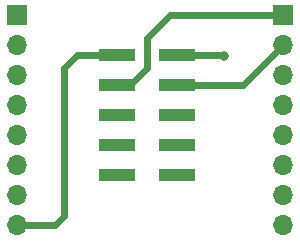
<source format=gbr>
G04 #@! TF.GenerationSoftware,KiCad,Pcbnew,5.1.5-1.fc31*
G04 #@! TF.CreationDate,2020-03-23T21:16:22-07:00*
G04 #@! TF.ProjectId,AdapterBoard,41646170-7465-4724-926f-6172642e6b69,rev?*
G04 #@! TF.SameCoordinates,Original*
G04 #@! TF.FileFunction,Copper,L2,Bot*
G04 #@! TF.FilePolarity,Positive*
%FSLAX46Y46*%
G04 Gerber Fmt 4.6, Leading zero omitted, Abs format (unit mm)*
G04 Created by KiCad (PCBNEW 5.1.5-1.fc31) date 2020-03-23 21:16:22*
%MOMM*%
%LPD*%
G04 APERTURE LIST*
%ADD10O,1.700000X1.700000*%
%ADD11R,1.700000X1.700000*%
%ADD12R,3.150000X1.000000*%
%ADD13C,0.800000*%
%ADD14C,0.600000*%
G04 APERTURE END LIST*
D10*
X157500000Y-67310000D03*
X157500000Y-64770000D03*
X157500000Y-62230000D03*
X157500000Y-59690000D03*
X157500000Y-57150000D03*
X157500000Y-54610000D03*
X157500000Y-52070000D03*
D11*
X157500000Y-49530000D03*
D12*
X143475000Y-63080000D03*
X148525000Y-63080000D03*
X143475000Y-60540000D03*
X148525000Y-60540000D03*
X143475000Y-58000000D03*
X148525000Y-58000000D03*
X143475000Y-55460000D03*
X148525000Y-55460000D03*
X143475000Y-52920000D03*
X148525000Y-52920000D03*
D10*
X135000000Y-67310000D03*
X135000000Y-64770000D03*
X135000000Y-62230000D03*
X135000000Y-59690000D03*
X135000000Y-57150000D03*
X135000000Y-54610000D03*
X135000000Y-52070000D03*
D11*
X135000000Y-49530000D03*
D13*
X152500000Y-53000000D03*
D14*
X139000000Y-66500000D02*
X138190000Y-67310000D01*
X138190000Y-67310000D02*
X135000000Y-67310000D01*
X139000000Y-54000000D02*
X139000000Y-66500000D01*
X143475000Y-52920000D02*
X140080000Y-52920000D01*
X140080000Y-52920000D02*
X139000000Y-54000000D01*
X144550000Y-55460000D02*
X146000000Y-54010000D01*
X143475000Y-55460000D02*
X144550000Y-55460000D01*
X146000000Y-54010000D02*
X146000000Y-51500000D01*
X147970000Y-49530000D02*
X157500000Y-49530000D01*
X146000000Y-51500000D02*
X147970000Y-49530000D01*
X154110000Y-55460000D02*
X157500000Y-52070000D01*
X148525000Y-55460000D02*
X154110000Y-55460000D01*
X148525000Y-52920000D02*
X152420000Y-52920000D01*
X152420000Y-52920000D02*
X152500000Y-53000000D01*
M02*

</source>
